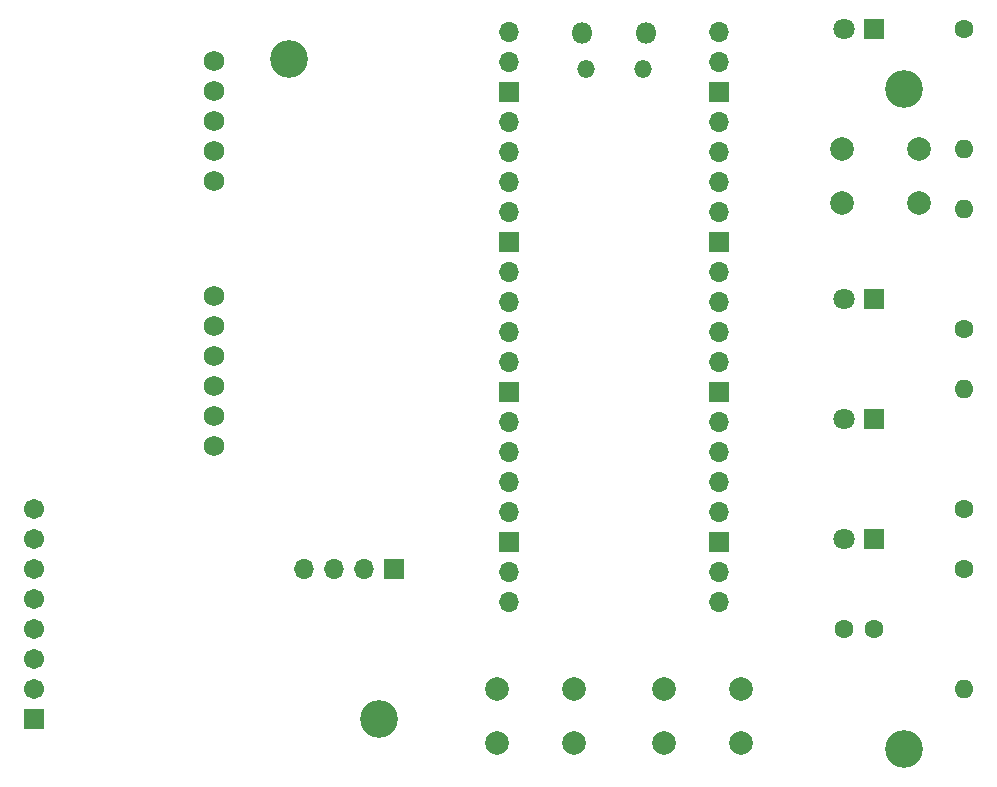
<source format=gbr>
%TF.GenerationSoftware,KiCad,Pcbnew,8.0.9-1.fc41*%
%TF.CreationDate,2025-03-30T16:52:24-04:00*%
%TF.ProjectId,pico_env,7069636f-5f65-46e7-962e-6b696361645f,rev?*%
%TF.SameCoordinates,Original*%
%TF.FileFunction,Soldermask,Bot*%
%TF.FilePolarity,Negative*%
%FSLAX46Y46*%
G04 Gerber Fmt 4.6, Leading zero omitted, Abs format (unit mm)*
G04 Created by KiCad (PCBNEW 8.0.9-1.fc41) date 2025-03-30 16:52:24*
%MOMM*%
%LPD*%
G01*
G04 APERTURE LIST*
G04 Aperture macros list*
%AMRoundRect*
0 Rectangle with rounded corners*
0 $1 Rounding radius*
0 $2 $3 $4 $5 $6 $7 $8 $9 X,Y pos of 4 corners*
0 Add a 4 corners polygon primitive as box body*
4,1,4,$2,$3,$4,$5,$6,$7,$8,$9,$2,$3,0*
0 Add four circle primitives for the rounded corners*
1,1,$1+$1,$2,$3*
1,1,$1+$1,$4,$5*
1,1,$1+$1,$6,$7*
1,1,$1+$1,$8,$9*
0 Add four rect primitives between the rounded corners*
20,1,$1+$1,$2,$3,$4,$5,0*
20,1,$1+$1,$4,$5,$6,$7,0*
20,1,$1+$1,$6,$7,$8,$9,0*
20,1,$1+$1,$8,$9,$2,$3,0*%
G04 Aperture macros list end*
%ADD10RoundRect,0.102000X0.754000X-0.754000X0.754000X0.754000X-0.754000X0.754000X-0.754000X-0.754000X0*%
%ADD11C,1.712000*%
%ADD12C,1.600000*%
%ADD13O,1.600000X1.600000*%
%ADD14C,1.750000*%
%ADD15O,1.700000X1.700000*%
%ADD16R,1.700000X1.700000*%
%ADD17C,3.200000*%
%ADD18R,1.800000X1.800000*%
%ADD19C,1.800000*%
%ADD20O,1.800000X1.800000*%
%ADD21O,1.500000X1.500000*%
%ADD22C,2.000000*%
G04 APERTURE END LIST*
D10*
%TO.C,RFID-RC522*%
X142240000Y-111760000D03*
D11*
X142240000Y-109220000D03*
X142240000Y-106680000D03*
X142240000Y-104140000D03*
X142240000Y-101600000D03*
X142240000Y-99060000D03*
X142240000Y-96520000D03*
X142240000Y-93980000D03*
%TD*%
D12*
%TO.C,R3*%
X220980000Y-99060000D03*
D13*
X220980000Y-109220000D03*
%TD*%
D12*
%TO.C,R1*%
X220980000Y-78740000D03*
D13*
X220980000Y-68580000D03*
%TD*%
D12*
%TO.C,C1*%
X210860000Y-104140000D03*
X213360000Y-104140000D03*
%TD*%
D14*
%TO.C,GY-BME/BMP1*%
X157480000Y-88646000D03*
X157480000Y-86106000D03*
X157480000Y-83566000D03*
X157480000Y-81026000D03*
X157480000Y-78486000D03*
X157480000Y-75946000D03*
%TD*%
D15*
%TO.C,SSD1*%
X165100000Y-99060000D03*
X167640000Y-99060000D03*
X170180000Y-99060000D03*
D16*
X172720000Y-99060000D03*
%TD*%
D17*
%TO.C,REF\u002A\u002A*%
X171450000Y-111760000D03*
%TD*%
%TO.C,REF\u002A\u002A*%
X215900000Y-114300000D03*
%TD*%
D12*
%TO.C,R4*%
X220980000Y-53340000D03*
D13*
X220980000Y-63500000D03*
%TD*%
D17*
%TO.C,REF\u002A\u002A*%
X215900000Y-58420000D03*
%TD*%
D18*
%TO.C,D1*%
X213360000Y-76200000D03*
D19*
X210820000Y-76200000D03*
%TD*%
D18*
%TO.C,D2*%
X213360000Y-86360000D03*
D19*
X210820000Y-86360000D03*
%TD*%
D18*
%TO.C,D3*%
X213360000Y-96520000D03*
D19*
X210820000Y-96520000D03*
%TD*%
D20*
%TO.C,U1*%
X188660000Y-53670000D03*
D21*
X188960000Y-56700000D03*
X193810000Y-56700000D03*
D20*
X194110000Y-53670000D03*
D15*
X182495000Y-53540000D03*
X182495000Y-56080000D03*
D16*
X182495000Y-58620000D03*
D15*
X182495000Y-61160000D03*
X182495000Y-63700000D03*
X182495000Y-66240000D03*
X182495000Y-68780000D03*
D16*
X182495000Y-71320000D03*
D15*
X182495000Y-73860000D03*
X182495000Y-76400000D03*
X182495000Y-78940000D03*
X182495000Y-81480000D03*
D16*
X182495000Y-84020000D03*
D15*
X182495000Y-86560000D03*
X182495000Y-89100000D03*
X182495000Y-91640000D03*
X182495000Y-94180000D03*
D16*
X182495000Y-96720000D03*
D15*
X182495000Y-99260000D03*
X182495000Y-101800000D03*
X200275000Y-101800000D03*
X200275000Y-99260000D03*
D16*
X200275000Y-96720000D03*
D15*
X200275000Y-94180000D03*
X200275000Y-91640000D03*
X200275000Y-89100000D03*
X200275000Y-86560000D03*
D16*
X200275000Y-84020000D03*
D15*
X200275000Y-81480000D03*
X200275000Y-78940000D03*
X200275000Y-76400000D03*
X200275000Y-73860000D03*
D16*
X200275000Y-71320000D03*
D15*
X200275000Y-68780000D03*
X200275000Y-66240000D03*
X200275000Y-63700000D03*
X200275000Y-61160000D03*
D16*
X200275000Y-58620000D03*
D15*
X200275000Y-56080000D03*
X200275000Y-53540000D03*
%TD*%
D17*
%TO.C,REF\u002A\u002A*%
X163830000Y-55880000D03*
%TD*%
D18*
%TO.C,D4*%
X213360000Y-53340000D03*
D19*
X210820000Y-53340000D03*
%TD*%
D22*
%TO.C,Reset*%
X217170000Y-68000000D03*
X210670000Y-68000000D03*
X217170000Y-63500000D03*
X210670000Y-63500000D03*
%TD*%
D12*
%TO.C,R2*%
X220980000Y-93980000D03*
D13*
X220980000Y-83820000D03*
%TD*%
D22*
%TO.C,SW2*%
X202080000Y-113720000D03*
X195580000Y-113720000D03*
X202080000Y-109220000D03*
X195580000Y-109220000D03*
%TD*%
D14*
%TO.C,U2*%
X157480000Y-66167000D03*
X157480000Y-63627000D03*
X157480000Y-61087000D03*
X157480000Y-58547000D03*
X157480000Y-56007000D03*
%TD*%
D22*
%TO.C,SW3*%
X187960000Y-113720000D03*
X181460000Y-113720000D03*
X187960000Y-109220000D03*
X181460000Y-109220000D03*
%TD*%
M02*

</source>
